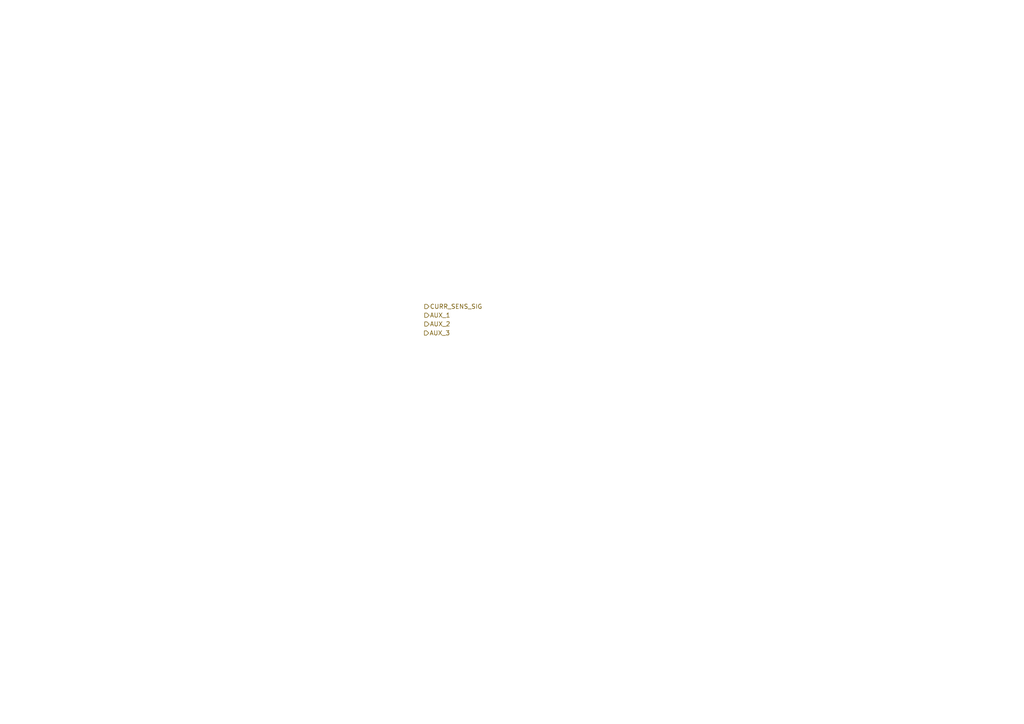
<source format=kicad_sch>
(kicad_sch (version 20211123) (generator eeschema)
  (paper "A4")
  (lib_symbols)
  (hierarchical_label "AUX_2" (shape output) (at 123.19 93.98 0))
  (hierarchical_label "AUX_1" (shape output) (at 123.19 91.44 0))
  (hierarchical_label "CURR_SENS_SIG" (shape output) (at 123.19 88.9 0))
  (hierarchical_label "AUX_3" (shape output) (at 123.0833 96.5888 0))
)
</source>
